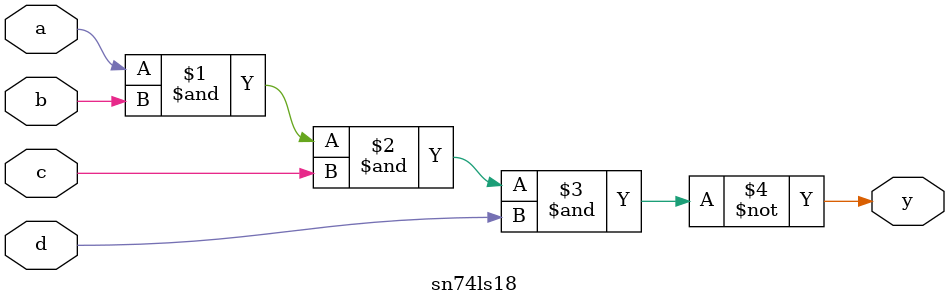
<source format=v>
module sn74ls18(y, a, b, c, d);
input a, b, c, d;
output y;
parameter
	// TI TTL data book Vol 1, 1985
	tPLH_min=0, tPLH_typ=13, tPLH_max=20,
	tPHL_min=0, tPHL_typ=33, tPHL_max=55;

	nand #(tPLH_min : tPLH_typ : tPLH_max,
	  tPHL_min : tPHL_typ : tPHL_max)
	(y, a, b, c, d);

endmodule

</source>
